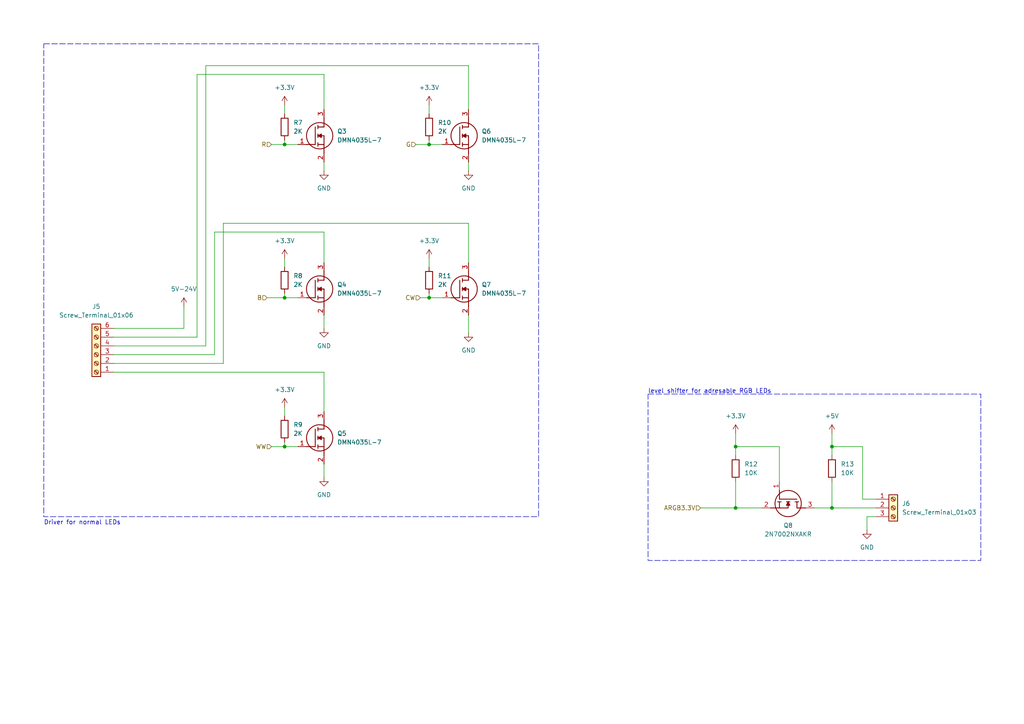
<source format=kicad_sch>
(kicad_sch (version 20230121) (generator eeschema)
  (paper "A4")
  (title_block (title "ESPHome All in One Dev kit"))
  (lib_symbols
    (symbol "ComponentSearch:2N7002NXAKR" (pin_names hide)
      (property "Reference" "Q" (at 11.43 3.81 0))
      (property "Value" "2N7002NXAKR" (at 11.43 1.27 0))
      (symbol "2N7002NXAKR_1_1"
        (polyline (pts (xy 2.54 0) (xy 5.08 0)) (stroke (width 0.254)))
        (polyline (pts (xy 5.08 5.08) (xy 5.08 0)) (stroke (width 0.254)))
        (polyline (pts (xy 5.842 -0.508) (xy 5.842 0.508)) (stroke (width 0.254)))
        (polyline (pts (xy 5.842 0) (xy 7.62 0)) (stroke (width 0.254)))
        (polyline (pts (xy 5.842 2.032) (xy 5.842 3.048)) (stroke (width 0.254)))
        (polyline (pts (xy 5.842 5.588) (xy 5.842 4.572)) (stroke (width 0.254)))
        (polyline (pts (xy 7.62 2.54) (xy 5.842 2.54)) (stroke (width 0.254)))
        (polyline (pts (xy 7.62 2.54) (xy 7.62 -2.54)) (stroke (width 0.254)))
        (polyline (pts (xy 7.62 5.08) (xy 5.842 5.08)) (stroke (width 0.254)))
        (polyline (pts (xy 7.62 5.08) (xy 7.62 7.62)) (stroke (width 0.254)))
        (polyline (pts (xy 5.842 2.54) (xy 6.858 3.048) (xy 6.858 2.032) (xy 5.842 2.54)) (stroke (width 0.254)) (fill (type outline)))
        (circle (center 6.35 2.54) (radius 3.81) (stroke (width 0.254)))
        (pin passive line (at 0 0 0) (length 2.54) (name "G") (number "1"))
        (pin passive line (at 7.62 -5.08 90) (length 2.54) (name "S") (number "2"))
        (pin passive line (at 7.62 10.16 270) (length 2.54) (name "D") (number "3"))
      )
    )
    (symbol "ComponentSearch:5V-24V" (power) (pin_names (offset 0))
      (property "Value" "5V-24V" (at 0 3.556 0))
      (symbol "5V-24V_0_1"
        (polyline (pts (xy -0.762 1.27) (xy 0 2.54)))
        (polyline (pts (xy 0 0) (xy 0 2.54)))
        (polyline (pts (xy 0 2.54) (xy 0.762 1.27)))
      )
      (symbol "5V-24V_1_1"
        (pin power_in line (at 0 0 90) (length 0) hide (name "5V-24V") (number "1"))
      )
    )
    (symbol "ComponentSearch:DMN4035L-7" (pin_names hide)
      (property "Reference" "Q" (at 11.43 3.81 0))
      (property "Value" "DMN4035L-7" (at 11.43 1.27 0))
      (symbol "DMN4035L-7_1_1"
        (polyline (pts (xy 2.54 0) (xy 5.08 0)) (stroke (width 0.254)))
        (polyline (pts (xy 5.08 5.08) (xy 5.08 0)) (stroke (width 0.254)))
        (polyline (pts (xy 5.842 -0.508) (xy 5.842 0.508)) (stroke (width 0.254)))
        (polyline (pts (xy 5.842 0) (xy 7.62 0)) (stroke (width 0.254)))
        (polyline (pts (xy 5.842 2.032) (xy 5.842 3.048)) (stroke (width 0.254)))
        (polyline (pts (xy 5.842 5.588) (xy 5.842 4.572)) (stroke (width 0.254)))
        (polyline (pts (xy 7.62 2.54) (xy 5.842 2.54)) (stroke (width 0.254)))
        (polyline (pts (xy 7.62 2.54) (xy 7.62 -2.54)) (stroke (width 0.254)))
        (polyline (pts (xy 7.62 5.08) (xy 5.842 5.08)) (stroke (width 0.254)))
        (polyline (pts (xy 7.62 5.08) (xy 7.62 7.62)) (stroke (width 0.254)))
        (polyline (pts (xy 5.842 2.54) (xy 6.858 3.048) (xy 6.858 2.032) (xy 5.842 2.54)) (stroke (width 0.254)) (fill (type outline)))
        (circle (center 6.35 2.54) (radius 3.81) (stroke (width 0.254)))
        (pin passive line (at 0 0 0) (length 2.54) (name "G") (number "1"))
        (pin passive line (at 7.62 -5.08 90) (length 2.54) (name "S") (number "2"))
        (pin passive line (at 7.62 10.16 270) (length 2.54) (name "D") (number "3"))
      )
    )
    (symbol "Connector:Screw_Terminal_01x03" (pin_names (offset 1.016) hide)
      (property "Reference" "J" (at 0 5.08 0))
      (property "Value" "Screw_Terminal_01x03" (at 0 -5.08 0))
      (symbol "Screw_Terminal_01x03_1_1"
        (rectangle (start -1.27 3.81) (end 1.27 -3.81) (stroke (width 0.254)) (fill (type background)))
        (circle (center 0 -2.54) (radius 0.635) (stroke (width 0.1524)))
        (polyline (pts (xy -0.5334 -2.2098) (xy 0.3302 -3.048)) (stroke (width 0.1524)))
        (polyline (pts (xy -0.5334 0.3302) (xy 0.3302 -0.508)) (stroke (width 0.1524)))
        (polyline (pts (xy -0.5334 2.8702) (xy 0.3302 2.032)) (stroke (width 0.1524)))
        (polyline (pts (xy -0.3556 -2.032) (xy 0.508 -2.8702)) (stroke (width 0.1524)))
        (polyline (pts (xy -0.3556 0.508) (xy 0.508 -0.3302)) (stroke (width 0.1524)))
        (polyline (pts (xy -0.3556 3.048) (xy 0.508 2.2098)) (stroke (width 0.1524)))
        (circle (center 0 0) (radius 0.635) (stroke (width 0.1524)))
        (circle (center 0 2.54) (radius 0.635) (stroke (width 0.1524)))
        (pin passive line (at -5.08 2.54 0) (length 3.81) (name "Pin_1") (number "1"))
        (pin passive line (at -5.08 0 0) (length 3.81) (name "Pin_2") (number "2"))
        (pin passive line (at -5.08 -2.54 0) (length 3.81) (name "Pin_3") (number "3"))
      )
    )
    (symbol "Connector:Screw_Terminal_01x06" (pin_names (offset 1.016) hide)
      (property "Reference" "J" (at 0 7.62 0))
      (property "Value" "Screw_Terminal_01x06" (at 0 -10.16 0))
      (symbol "Screw_Terminal_01x06_1_1"
        (rectangle (start -1.27 6.35) (end 1.27 -8.89) (stroke (width 0.254)) (fill (type background)))
        (circle (center 0 -7.62) (radius 0.635) (stroke (width 0.1524)))
        (circle (center 0 -5.08) (radius 0.635) (stroke (width 0.1524)))
        (circle (center 0 -2.54) (radius 0.635) (stroke (width 0.1524)))
        (polyline (pts (xy -0.5334 -7.2898) (xy 0.3302 -8.128)) (stroke (width 0.1524)))
        (polyline (pts (xy -0.5334 -4.7498) (xy 0.3302 -5.588)) (stroke (width 0.1524)))
        (polyline (pts (xy -0.5334 -2.2098) (xy 0.3302 -3.048)) (stroke (width 0.1524)))
        (polyline (pts (xy -0.5334 0.3302) (xy 0.3302 -0.508)) (stroke (width 0.1524)))
        (polyline (pts (xy -0.5334 2.8702) (xy 0.3302 2.032)) (stroke (width 0.1524)))
        (polyline (pts (xy -0.5334 5.4102) (xy 0.3302 4.572)) (stroke (width 0.1524)))
        (polyline (pts (xy -0.3556 -7.112) (xy 0.508 -7.9502)) (stroke (width 0.1524)))
        (polyline (pts (xy -0.3556 -4.572) (xy 0.508 -5.4102)) (stroke (width 0.1524)))
        (polyline (pts (xy -0.3556 -2.032) (xy 0.508 -2.8702)) (stroke (width 0.1524)))
        (polyline (pts (xy -0.3556 0.508) (xy 0.508 -0.3302)) (stroke (width 0.1524)))
        (polyline (pts (xy -0.3556 3.048) (xy 0.508 2.2098)) (stroke (width 0.1524)))
        (polyline (pts (xy -0.3556 5.588) (xy 0.508 4.7498)) (stroke (width 0.1524)))
        (circle (center 0 0) (radius 0.635) (stroke (width 0.1524)))
        (circle (center 0 2.54) (radius 0.635) (stroke (width 0.1524)))
        (circle (center 0 5.08) (radius 0.635) (stroke (width 0.1524)))
        (pin passive line (at -5.08 5.08 0) (length 3.81) (name "Pin_1") (number "1"))
        (pin passive line (at -5.08 2.54 0) (length 3.81) (name "Pin_2") (number "2"))
        (pin passive line (at -5.08 0 0) (length 3.81) (name "Pin_3") (number "3"))
        (pin passive line (at -5.08 -2.54 0) (length 3.81) (name "Pin_4") (number "4"))
        (pin passive line (at -5.08 -5.08 0) (length 3.81) (name "Pin_5") (number "5"))
        (pin passive line (at -5.08 -7.62 0) (length 3.81) (name "Pin_6") (number "6"))
      )
    )
    (symbol "Device:R" (pin_numbers hide) (pin_names (offset 0))
      (property "Reference" "R" (at 2.032 0 90))
      (property "Value" "R" (at 0 0 90))
      (symbol "R_0_1"
        (rectangle (start -1.016 -2.54) (end 1.016 2.54) (stroke (width 0.254)))
      )
      (symbol "R_1_1"
        (pin passive line (at 0 3.81 270) (length 1.27) (name "~") (number "1"))
        (pin passive line (at 0 -3.81 90) (length 1.27) (name "~") (number "2"))
      )
    )
    (symbol "power:+3.3V" (power) (pin_names (offset 0))
      (property "Value" "+3.3V" (at 0 3.556 0))
      (symbol "+3.3V_0_1"
        (polyline (pts (xy -0.762 1.27) (xy 0 2.54)))
        (polyline (pts (xy 0 0) (xy 0 2.54)))
        (polyline (pts (xy 0 2.54) (xy 0.762 1.27)))
      )
      (symbol "+3.3V_1_1"
        (pin power_in line (at 0 0 90) (length 0) hide (name "+3.3V") (number "1"))
      )
    )
    (symbol "power:+5V" (power) (pin_names (offset 0))
      (property "Value" "+5V" (at 0 3.556 0))
      (symbol "+5V_0_1"
        (polyline (pts (xy -0.762 1.27) (xy 0 2.54)))
        (polyline (pts (xy 0 0) (xy 0 2.54)))
        (polyline (pts (xy 0 2.54) (xy 0.762 1.27)))
      )
      (symbol "+5V_1_1"
        (pin power_in line (at 0 0 90) (length 0) hide (name "+5V") (number "1"))
      )
    )
    (symbol "power:GND" (power) (pin_names (offset 0))
      (property "Value" "GND" (at 0 -3.81 0))
      (symbol "GND_0_1"
        (polyline (pts (xy 0 0) (xy 0 -1.27) (xy 1.27 -1.27) (xy 0 -2.54) (xy -1.27 -1.27) (xy 0 -1.27)))
      )
      (symbol "GND_1_1"
        (pin power_in line (at 0 0 270) (length 0) hide (name "GND") (number "1"))
      )
    )
  )
  (junction (at 82.55 41.91))
  (junction (at 241.3 147.32))
  (junction (at 82.55 86.36))
  (junction (at 213.36 129.54))
  (junction (at 241.3 129.54))
  (junction (at 213.36 147.32))
  (junction (at 124.46 86.36))
  (junction (at 82.55 129.54))
  (junction (at 124.46 41.91))
  (wire (pts (xy 62.23 67.31) (xy 62.23 102.87)))
  (wire (pts (xy 93.98 76.2) (xy 93.98 67.31)))
  (wire (pts (xy 135.89 76.2) (xy 135.89 64.77)))
  (wire (pts (xy 241.3 125.73) (xy 241.3 129.54)))
  (wire (pts (xy 82.55 74.93) (xy 82.55 77.47)))
  (wire (pts (xy 250.19 144.78) (xy 254 144.78)))
  (wire (pts (xy 64.77 64.77) (xy 64.77 105.41)))
  (wire (pts (xy 57.15 21.59) (xy 57.15 97.79)))
  (wire (pts (xy 93.98 134.62) (xy 93.98 138.43)))
  (wire (pts (xy 93.98 46.99) (xy 93.98 49.53)))
  (wire (pts (xy 93.98 21.59) (xy 57.15 21.59)))
  (wire (pts (xy 124.46 30.48) (xy 124.46 33.02)))
  (wire (pts (xy 241.3 139.7) (xy 241.3 147.32)))
  (wire (pts (xy 124.46 41.91) (xy 128.27 41.91)))
  (wire (pts (xy 82.55 128.27) (xy 82.55 129.54)))
  (wire (pts (xy 241.3 147.32) (xy 236.22 147.32)))
  (wire (pts (xy 213.36 125.73) (xy 213.36 129.54)))
  (wire (pts (xy 250.19 144.78) (xy 250.19 129.54)))
  (wire (pts (xy 33.02 107.95) (xy 93.98 107.95)))
  (wire (pts (xy 82.55 129.54) (xy 86.36 129.54)))
  (wire (pts (xy 241.3 129.54) (xy 241.3 132.08)))
  (wire (pts (xy 241.3 147.32) (xy 254 147.32)))
  (wire (pts (xy 124.46 86.36) (xy 128.27 86.36)))
  (wire (pts (xy 124.46 74.93) (xy 124.46 77.47)))
  (wire (pts (xy 135.89 31.75) (xy 135.89 19.05)))
  (wire (pts (xy 124.46 85.09) (xy 124.46 86.36)))
  (wire (pts (xy 82.55 30.48) (xy 82.55 33.02)))
  (wire (pts (xy 78.74 41.91) (xy 82.55 41.91)))
  (wire (pts (xy 213.36 147.32) (xy 220.98 147.32)))
  (wire (pts (xy 251.46 153.67) (xy 251.46 149.86)))
  (wire (pts (xy 135.89 64.77) (xy 64.77 64.77)))
  (wire (pts (xy 78.74 129.54) (xy 82.55 129.54)))
  (wire (pts (xy 93.98 31.75) (xy 93.98 21.59)))
  (wire (pts (xy 226.06 139.7) (xy 226.06 129.54)))
  (wire (pts (xy 93.98 119.38) (xy 93.98 107.95)))
  (wire (pts (xy 251.46 149.86) (xy 254 149.86)))
  (wire (pts (xy 121.92 86.36) (xy 124.46 86.36)))
  (wire (pts (xy 53.34 88.9) (xy 53.34 95.25)))
  (wire (pts (xy 226.06 129.54) (xy 213.36 129.54)))
  (wire (pts (xy 53.34 95.25) (xy 33.02 95.25)))
  (wire (pts (xy 124.46 40.64) (xy 124.46 41.91)))
  (wire (pts (xy 93.98 67.31) (xy 62.23 67.31)))
  (wire (pts (xy 82.55 85.09) (xy 82.55 86.36)))
  (wire (pts (xy 120.65 41.91) (xy 124.46 41.91)))
  (wire (pts (xy 57.15 97.79) (xy 33.02 97.79)))
  (wire (pts (xy 250.19 129.54) (xy 241.3 129.54)))
  (wire (pts (xy 82.55 118.11) (xy 82.55 120.65)))
  (wire (pts (xy 62.23 102.87) (xy 33.02 102.87)))
  (wire (pts (xy 93.98 91.44) (xy 93.98 95.25)))
  (wire (pts (xy 82.55 41.91) (xy 86.36 41.91)))
  (wire (pts (xy 82.55 40.64) (xy 82.55 41.91)))
  (wire (pts (xy 213.36 139.7) (xy 213.36 147.32)))
  (wire (pts (xy 203.2 147.32) (xy 213.36 147.32)))
  (wire (pts (xy 82.55 86.36) (xy 86.36 86.36)))
  (wire (pts (xy 64.77 105.41) (xy 33.02 105.41)))
  (wire (pts (xy 59.69 100.33) (xy 33.02 100.33)))
  (wire (pts (xy 135.89 91.44) (xy 135.89 96.52)))
  (wire (pts (xy 213.36 129.54) (xy 213.36 132.08)))
  (wire (pts (xy 135.89 19.05) (xy 59.69 19.05)))
  (wire (pts (xy 59.69 19.05) (xy 59.69 100.33)))
  (wire (pts (xy 77.47 86.36) (xy 82.55 86.36)))
  (wire (pts (xy 135.89 46.99) (xy 135.89 49.53)))
  (rectangle (start 187.96 114.3) (end 284.48 162.56) (stroke (width 0) (type dash)))
  (rectangle (start 12.7 12.7) (end 156.21 149.86) (stroke (width 0) (type dash)))
  (text "level shifter for adresable RGB LEDs" (at 187.96 114.3 0) (effects (font (size 1.27 1.27)) (justify left bottom)))
  (text "Driver for normal LEDs" (at 12.7 152.4 0) (effects (font (size 1.27 1.27)) (justify left bottom)))
  (hierarchical_label "CW" (shape input) (at 121.92 86.36 180))
  (hierarchical_label "G" (shape input) (at 120.65 41.91 180))
  (hierarchical_label "R" (shape input) (at 78.74 41.91 180))
  (hierarchical_label "B" (shape input) (at 77.47 86.36 180))
  (hierarchical_label "ARGB3.3V" (shape input) (at 203.2 147.32 180))
  (hierarchical_label "WW" (shape input) (at 78.74 129.54 180))
  (symbol (lib_id "Device:R") (at 82.55 124.46 0) (unit 1)
    (property "Reference" "R9" (at 85.09 123.19 0) (effects (justify left)))
    (property "Value" "2K" (at 85.09 125.73 0) (effects (justify left)))
    (property "Footprint" "Resistor_SMD:R_0805_2012Metric" (effects hide))
  )
  (symbol (lib_id "Device:R") (at 82.55 81.28 0) (unit 1)
    (property "Reference" "R8" (at 85.09 80.01 0) (effects (justify left)))
    (property "Value" "2K" (at 85.09 82.55 0) (effects (justify left)))
    (property "Footprint" "Resistor_SMD:R_0805_2012Metric" (effects hide))
  )
  (symbol (lib_id "power:GND") (at 251.46 153.67 0) (unit 1)
    (property "Reference" "#PWR042" (effects hide))
    (property "Value" "GND" (at 251.46 158.75 0))
  )
  (symbol (lib_id "power:GND") (at 135.89 49.53 0) (unit 1)
    (property "Reference" "#PWR038" (effects hide))
    (property "Value" "GND" (at 135.89 54.61 0))
  )
  (symbol (lib_id "ComponentSearch:DMN4035L-7") (at 86.36 41.91 0) (unit 1)
    (property "Reference" "Q3" (at 97.79 38.1 0) (effects (justify left)))
    (property "Value" "DMN4035L-7" (at 97.79 40.64 0) (effects (justify left)))
    (property "Footprint" "ComponentSearch:SOT96P240X110-3N" (effects hide))
    (property "Datasheet" "https://www.diodes.com/assets/Datasheets/DMN2310U.pdf" (effects hide))
    (property "Height" "1.1" (effects hide))
    (property "Manufacturer_Name" "Diodes Incorporated" (effects hide))
    (property "Manufacturer_Part_Number" "DMN4035L-7" (effects hide))
    (property "Mouser Part Number" "621-DMN4035L-7" (effects hide))
    (property "Mouser Price/Stock" "https://www.mouser.co.uk/ProductDetail/Diodes-Incorporated/DMN2310U-7?qs=xZ%2FP%252Ba9zWqY%252BAdKLxIytvQ%3D%3D" (effects hide))
  )
  (symbol (lib_id "power:GND") (at 93.98 95.25 0) (unit 1)
    (property "Reference" "#PWR034" (effects hide))
    (property "Value" "GND" (at 93.98 100.33 0))
  )
  (symbol (lib_id "power:+3.3V") (at 124.46 74.93 0) (unit 1)
    (property "Reference" "#PWR037" (effects hide))
    (property "Value" "+3.3V" (at 124.46 69.85 0))
  )
  (symbol (lib_id "power:GND") (at 93.98 49.53 0) (unit 1)
    (property "Reference" "#PWR033" (effects hide))
    (property "Value" "GND" (at 93.98 54.61 0))
  )
  (symbol (lib_id "power:GND") (at 135.89 96.52 0) (unit 1)
    (property "Reference" "#PWR039" (effects hide))
    (property "Value" "GND" (at 135.89 101.6 0))
  )
  (symbol (lib_id "Device:R") (at 124.46 81.28 0) (unit 1)
    (property "Reference" "R11" (at 127 80.01 0) (effects (justify left)))
    (property "Value" "2K" (at 127 82.55 0) (effects (justify left)))
    (property "Footprint" "Resistor_SMD:R_0805_2012Metric" (effects hide))
  )
  (symbol (lib_id "ComponentSearch:2N7002NXAKR") (at 226.06 139.7 270) (unit 1)
    (property "Reference" "Q8" (at 228.6 152.4 90))
    (property "Value" "2N7002NXAKR" (at 228.6 154.94 90))
    (property "Footprint" "ComponentSearch:SOT95P230X110-3N" (effects hide))
    (property "Datasheet" "https://assets.nexperia.com/documents/data-sheet/2N7002NXAK.pdf" (effects hide))
    (property "Height" "1.1" (effects hide))
    (property "Manufacturer_Name" "Nexperia" (effects hide))
    (property "Manufacturer_Part_Number" "2N7002NXAKR" (effects hide))
    (property "Mouser Part Number" "771-2N7002NXAKR" (effects hide))
    (property "Mouser Price/Stock" "https://www.mouser.co.uk/ProductDetail/Nexperia/2N7002NXAKR?qs=%252B6g0mu59x7JoAsZYPFXqhw%3D%3D" (effects hide))
    (property "Arrow Part Number" "2N7002NXAKR" (effects hide))
    (property "Arrow Price/Stock" "https://www.arrow.com/en/products/2n7002nxakr/nexperia?region=europe" (effects hide))
  )
  (symbol (lib_id "ComponentSearch:DMN4035L-7") (at 86.36 129.54 0) (unit 1)
    (property "Reference" "Q5" (at 97.79 125.73 0) (effects (justify left)))
    (property "Value" "DMN4035L-7" (at 97.79 128.27 0) (effects (justify left)))
    (property "Footprint" "ComponentSearch:SOT96P240X110-3N" (effects hide))
    (property "Datasheet" "https://www.diodes.com/assets/Datasheets/DMN2310U.pdf" (effects hide))
    (property "Height" "1.1" (effects hide))
    (property "Manufacturer_Name" "Diodes Incorporated" (effects hide))
    (property "Manufacturer_Part_Number" "DMN4035L-7" (effects hide))
    (property "Mouser Part Number" "621-DMN4035L-7" (effects hide))
    (property "Mouser Price/Stock" "https://www.mouser.co.uk/ProductDetail/Diodes-Incorporated/DMN2310U-7?qs=xZ%2FP%252Ba9zWqY%252BAdKLxIytvQ%3D%3D" (effects hide))
  )
  (symbol (lib_id "Device:R") (at 213.36 135.89 0) (unit 1)
    (property "Reference" "R12" (at 215.9 134.62 0) (effects (justify left)))
    (property "Value" "10K" (at 215.9 137.16 0) (effects (justify left)))
    (property "Footprint" "Resistor_SMD:R_0805_2012Metric" (effects hide))
  )
  (symbol (lib_id "Device:R") (at 124.46 36.83 0) (unit 1)
    (property "Reference" "R10" (at 127 35.56 0) (effects (justify left)))
    (property "Value" "2K" (at 127 38.1 0) (effects (justify left)))
    (property "Footprint" "Resistor_SMD:R_0805_2012Metric" (effects hide))
  )
  (symbol (lib_id "ComponentSearch:DMN4035L-7") (at 128.27 41.91 0) (unit 1)
    (property "Reference" "Q6" (at 139.7 38.1 0) (effects (justify left)))
    (property "Value" "DMN4035L-7" (at 139.7 40.64 0) (effects (justify left)))
    (property "Footprint" "ComponentSearch:SOT96P240X110-3N" (effects hide))
    (property "Datasheet" "https://www.diodes.com/assets/Datasheets/DMN2310U.pdf" (effects hide))
    (property "Height" "1.1" (effects hide))
    (property "Manufacturer_Name" "Diodes Incorporated" (effects hide))
    (property "Manufacturer_Part_Number" "DMN4035L-7" (effects hide))
    (property "Mouser Part Number" "621-DMN4035L-7" (effects hide))
    (property "Mouser Price/Stock" "https://www.mouser.co.uk/ProductDetail/Diodes-Incorporated/DMN2310U-7?qs=xZ%2FP%252Ba9zWqY%252BAdKLxIytvQ%3D%3D" (effects hide))
  )
  (symbol (lib_id "power:+3.3V") (at 82.55 30.48 0) (unit 1)
    (property "Reference" "#PWR030" (effects hide))
    (property "Value" "+3.3V" (at 82.55 25.4 0))
  )
  (symbol (lib_id "power:GND") (at 93.98 138.43 0) (unit 1)
    (property "Reference" "#PWR035" (effects hide))
    (property "Value" "GND" (at 93.98 143.51 0))
  )
  (symbol (lib_id "ComponentSearch:5V-24V") (at 53.34 88.9 0) (unit 1)
    (property "Reference" "#PWR029" (effects hide))
    (property "Value" "5V-24V" (at 53.34 83.82 0))
  )
  (symbol (lib_id "Device:R") (at 241.3 135.89 0) (unit 1)
    (property "Reference" "R13" (at 243.84 134.62 0) (effects (justify left)))
    (property "Value" "10K" (at 243.84 137.16 0) (effects (justify left)))
    (property "Footprint" "Resistor_SMD:R_0805_2012Metric" (effects hide))
  )
  (symbol (lib_id "power:+3.3V") (at 124.46 30.48 0) (unit 1)
    (property "Reference" "#PWR036" (effects hide))
    (property "Value" "+3.3V" (at 124.46 25.4 0))
  )
  (symbol (lib_id "power:+3.3V") (at 213.36 125.73 0) (unit 1)
    (property "Reference" "#PWR040" (effects hide))
    (property "Value" "+3.3V" (at 213.36 120.65 0))
  )
  (symbol (lib_id "power:+5V") (at 241.3 125.73 0) (unit 1)
    (property "Reference" "#PWR041" (effects hide))
    (property "Value" "+5V" (at 241.3 120.65 0))
  )
  (symbol (lib_id "Device:R") (at 82.55 36.83 0) (unit 1)
    (property "Reference" "R7" (at 85.09 35.56 0) (effects (justify left)))
    (property "Value" "2K" (at 85.09 38.1 0) (effects (justify left)))
    (property "Footprint" "Resistor_SMD:R_0805_2012Metric" (effects hide))
  )
  (symbol (lib_id "power:+3.3V") (at 82.55 118.11 0) (unit 1)
    (property "Reference" "#PWR032" (effects hide))
    (property "Value" "+3.3V" (at 82.55 113.03 0))
  )
  (symbol (lib_id "ComponentSearch:DMN4035L-7") (at 86.36 86.36 0) (unit 1)
    (property "Reference" "Q4" (at 97.79 82.55 0) (effects (justify left)))
    (property "Value" "DMN4035L-7" (at 97.79 85.09 0) (effects (justify left)))
    (property "Footprint" "ComponentSearch:SOT96P240X110-3N" (effects hide))
    (property "Datasheet" "https://www.diodes.com/assets/Datasheets/DMN2310U.pdf" (effects hide))
    (property "Height" "1.1" (effects hide))
    (property "Manufacturer_Name" "Diodes Incorporated" (effects hide))
    (property "Manufacturer_Part_Number" "DMN4035L-7" (effects hide))
    (property "Mouser Part Number" "621-DMN4035L-7" (effects hide))
    (property "Mouser Price/Stock" "https://www.mouser.co.uk/ProductDetail/Diodes-Incorporated/DMN2310U-7?qs=xZ%2FP%252Ba9zWqY%252BAdKLxIytvQ%3D%3D" (effects hide))
  )
  (symbol (lib_id "Connector:Screw_Terminal_01x03") (at 259.08 147.32 0) (unit 1)
    (property "Reference" "J6" (at 261.62 146.05 0) (effects (justify left)))
    (property "Value" "Screw_Terminal_01x03" (at 261.62 148.59 0) (effects (justify left)))
    (property "Footprint" "Connector_Phoenix_MSTB:PhoenixContact_MSTBA_2,5_3-G-5,08_1x03_P5.08mm_Horizontal" (effects hide))
  )
  (symbol (lib_id "power:+3.3V") (at 82.55 74.93 0) (unit 1)
    (property "Reference" "#PWR031" (effects hide))
    (property "Value" "+3.3V" (at 82.55 69.85 0))
  )
  (symbol (lib_id "ComponentSearch:DMN4035L-7") (at 128.27 86.36 0) (unit 1)
    (property "Reference" "Q7" (at 139.7 82.55 0) (effects (justify left)))
    (property "Value" "DMN4035L-7" (at 139.7 85.09 0) (effects (justify left)))
    (property "Footprint" "ComponentSearch:SOT96P240X110-3N" (effects hide))
    (property "Datasheet" "https://www.diodes.com/assets/Datasheets/DMN2310U.pdf" (effects hide))
    (property "Height" "1.1" (effects hide))
    (property "Manufacturer_Name" "Diodes Incorporated" (effects hide))
    (property "Manufacturer_Part_Number" "DMN4035L-7" (effects hide))
    (property "Mouser Part Number" "621-DMN4035L-7" (effects hide))
    (property "Mouser Price/Stock" "https://www.mouser.co.uk/ProductDetail/Diodes-Incorporated/DMN2310U-7?qs=xZ%2FP%252Ba9zWqY%252BAdKLxIytvQ%3D%3D" (effects hide))
  )
  (symbol (lib_id "Connector:Screw_Terminal_01x06") (at 27.94 102.87 180) (unit 1)
    (property "Reference" "J5" (at 27.94 88.9 0))
    (property "Value" "Screw_Terminal_01x06" (at 27.94 91.44 0))
    (property "Footprint" "Connector_Phoenix_MSTB:PhoenixContact_MSTBA_2,5_6-G-5,08_1x06_P5.08mm_Horizontal" (effects hide))
  )
)
</source>
